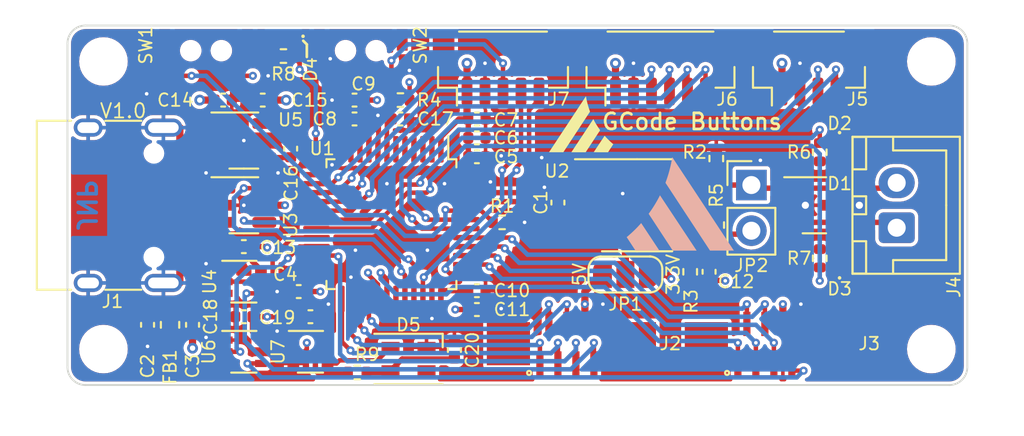
<source format=kicad_pcb>
(kicad_pcb (version 20211014) (generator pcbnew)
  (layers (0 "F.Cu" signal) (1 "In1.Cu" signal) (2 "In2.Cu" signal) (31 "B.Cu" signal) (34 "B.Paste" user) (35 "F.Paste" user) (36 "B.SilkS" user "B.Silkscreen") (37 "F.SilkS" user "F.Silkscreen") (38 "B.Mask" user) (39 "F.Mask" user) (44 "Edge.Cuts" user))
  (net 0 "")
  (net 8 "Net-(C20-Pad1)")
  (net 10 "SWD_IO")
  (net 11 "Dout_A")
  (net 12 "Dout_B")
  (net 13 "D_out_A")
  (net 14 "Net-(D1-Pad1)")
  (net 15 "Net-(D1-Pad2)")
  (net 16 "GND")
  (net 17 "CAN_TX")
  (net 18 "CAN_RX")
  (net 19 "Net-(C1-Pad1)")
  (net 20 "VBUS")
  (net 21 "+5V")
  (net 22 "USB_N")
  (net 23 "USB_P")
  (net 24 "USB_DN")
  (net 25 "USB_DP")
  (net 26 "+3V3")
  (net 27 "BOOT0")
  (net 28 "Net-(R2-Pad1)")
  (net 29 "Net-(R3-Pad2)")
  (net 30 "Net-(C16-Pad1)")
  (net 31 "D_out_B")
  (net 32 "RESET")
  (net 33 "CS_SPI1")
  (net 34 "SCK_SPI1")
  (net 35 "MISO_SPI1")
  (net 36 "MOSI_SPI1")
  (net 37 "SCL_I2C")
  (net 38 "SDA_I2C")
  (net 43 "Net-(D2-Pad2)")
  (net 44 "Net-(D3-Pad2)")
  (net 45 "LED_TX")
  (net 46 "LED_RX")
  (net 47 "Net-(D4-Pad2)")
  (net 48 "SWD_CLK")
  (net 49 "PA3")
  (net 52 "GB_A_1")
  (net 53 "GB_A_2")
  (net 54 "GB_A_3")
  (net 55 "GB_A_4")
  (net 56 "GB_A_5")
  (net 57 "GB_B_1")
  (net 58 "GB_B_2")
  (net 59 "GB_B_3")
  (net 60 "GB_B_4")
  (net 61 "GB_B_5")
  (net 62 "Net-(JP2-Pad2)")
  (net 63 "Net-(D5-Pad3)")
  (net 64 "Dout")
  (footprint "Library_GCode_MCU:C_0402_1005Metric" (layer "F.Cu") (at 122.75 96.25)
    (fp_text reference "C6")
    (fp_text value "4u7")
  )
  (footprint "Library_GCode_MCU:C_0402_1005Metric" (layer "F.Cu") (at 122.75 105.8)
    (fp_text reference "C11")
    (fp_text value "4u7")
  )
  (footprint "Library_GCode_MCU:C_0402_1005Metric" (layer "F.Cu") (at 121.5 108.05 90)
    (fp_text reference "C20")
    (fp_text value "100n")
  )
  (footprint "Library_GCode_MCU:C_0402_1005Metric" (layer "F.Cu") (at 109.8 106.2 180)
    (fp_text reference "C18")
    (fp_text value "100n")
  )
  (footprint "Library_GCode_MCU:C_0402_1005Metric" (layer "F.Cu") (at 109.8 102.3 180)
    (fp_text reference "C13")
    (fp_text value "100n")
  )
  (footprint "Library_GCode_MCU:C_0402_1005Metric" (layer "F.Cu") (at 108.65 94.15)
    (fp_text reference "C14")
    (fp_text value "1uF/10V")
  )
  (footprint "Library_GCode_MCU:SOIC-8_3.9x4.9mm_P1.27mm" (layer "F.Cu") (at 131.65 100)
    (fp_text reference "U2")
    (fp_text value "MCP2551-I-SN")
  )
  (footprint "Library_GCode_MCU:R_0402_1005Metric" (layer "F.Cu") (at 124.15 100.95)
    (fp_text reference "R1")
    (fp_text value "10k")
  )
  (footprint "Library_GCode_MCU:LED_0402_1005Metric" (layer "F.Cu") (at 112 90.6 180)
    (fp_text reference "D4")
    (fp_text value "red")
  )
  (footprint "Library_GCode_MCU:R_0402_1005Metric" (layer "F.Cu") (at 141.8 102.95 90)
    (fp_text reference "R7")
    (fp_text value "1k")
  )
  (footprint "Library_GCode_MCU:JUSHUO AFC11-S08ICC-00" (layer "F.Cu") (at 139 107.7)
    (fp_text reference "J3")
    (fp_text value "GCode_Buttons_B")
  )
  (footprint "Library_GCode_MCU:LQFP-48_7x7mm_P0.5mm" (layer "F.Cu") (at 118 101.05 -90)
    (fp_text reference "U1")
    (fp_text value "STM32F072C8T6")
  )
  (footprint "Library_GCode_MCU:R_0402_1005Metric" (layer "F.Cu") (at 136.05 97.4 90)
    (fp_text reference "R2")
    (fp_text value "DNP")
  )
  (footprint "Library_GCode_MCU:SOT-23" (layer "F.Cu") (at 141.5 100)
    (fp_text reference "D1")
    (fp_text value "NUP2105L")
  )
  (footprint "Library_GCode_MCU:SW_SPST_1TS003B-1400-3500A-CT" (layer "F.Cu") (at 107.7 91.4)
    (fp_text reference "SW1")
    (fp_text value "SW_Push")
  )
  (footprint "Library_GCode_MCU:SOT-23-5" (layer "F.Cu") (at 109.8 96.4)
    (fp_text reference "U5")
    (fp_text value "TLV74333PDBVR")
  )
  (footprint "Library_GCode_MCU:SolderJumper-3_P1.3mm_Open_RoundedPad1.0x1.5mm_NumberLabels" (layer "F.Cu") (at 131 103.85)
    (fp_text reference "JP1")
    (fp_text value "Jumper_3_Open")
  )
  (footprint "Library_GCode_MCU:R_0402_1005Metric" (layer "F.Cu") (at 141.8 97.05 -90)
    (fp_text reference "R6")
    (fp_text value "1k")
  )
  (footprint "Library_GCode_MCU:C_0402_1005Metric" (layer "F.Cu") (at 122.75 104.75)
    (fp_text reference "C10")
    (fp_text value "100nF")
  )
  (footprint "Library_GCode_MCU:SOT-353_SC-70-5" (layer "F.Cu") (at 109.8 108.15)
    (fp_text reference "U6")
    (fp_text value "74LVC1G17GW")
  )
  (footprint "Library_GCode_MCU:R_0402_1005Metric" (layer "F.Cu") (at 136.1 101.1 90)
    (fp_text reference "R5")
    (fp_text value "120R")
  )
  (footprint "Library_GCode_MCU:C_0402_1005Metric" (layer "F.Cu") (at 122.75 95.2)
    (fp_text reference "C7")
    (fp_text value "100nF")
  )
  (footprint "Library_GCode_MCU:C_0402_1005Metric" (layer "F.Cu") (at 113.5 106.2)
    (fp_text reference "C19")
    (fp_text value "100n")
  )
  (footprint "Library_GCode_MCU:L_0603_1608Metric" (layer "F.Cu") (at 105.7 106.65 -90)
    (fp_text reference "FB1")
    (fp_text value "600Z")
  )
  (footprint "Library_GCode_MCU:C_0402_1005Metric" (layer "F.Cu") (at 104.45 106.65 -90)
    (fp_text reference "C2")
    (fp_text value "1uF/10V")
  )
  (footprint "Library_GCode_MCU:JST_SH_BM04B-SRSS-TB_1x04-1MP_P1.00mm_Vertical" (layer "F.Cu") (at 141.2 92.35)
    (fp_text reference "J5")
    (fp_text value "I2C")
  )
  (footprint "Library_GCode_MCU:JST_XH_B2B-XH-A_1x02_P2.50mm_Vertical" (layer "F.Cu") (at 146.075 101.25 90)
    (fp_text reference "J4")
    (fp_text value "CAN")
  )
  (footprint "Library_GCode_MCU:C_0402_1005Metric" (layer "F.Cu") (at 118.5 95.2)
    (fp_text reference "C17")
    (fp_text value "100nF")
  )
  (footprint "Library_GCode_MCU:C_0402_1005Metric" (layer "F.Cu") (at 115.95 95.2 180)
    (fp_text reference "C8")
    (fp_text value "10nF")
  )
  (footprint "Library_GCode_MCU:JST_SH_BM06B-SRSS-TB_1x06-1MP_P1.00mm_Vertical" (layer "F.Cu") (at 132.95 92.35)
    (fp_text reference "J6")
    (fp_text value "SPI")
  )
  (footprint "Library_GCode_MCU:LED_0402_1005Metric" (layer "F.Cu") (at 142.9 102.95 90)
    (fp_text reference "D3")
    (fp_text value "blue")
  )
  (footprint "Library_GCode_MCU:C_0402_1005Metric" (layer "F.Cu") (at 122.75 97.3)
    (fp_text reference "C5")
    (fp_text value "100nF")
  )
  (footprint "Library_GCode_MCU:C_0402_1005Metric" (layer "F.Cu") (at 135.65 103.7 90)
    (fp_text reference "C12")
    (fp_text value "100nF")
  )
  (footprint "Library_GCode_MCU:R_0402_1005Metric" (layer "F.Cu") (at 118.5 94.15 180)
    (fp_text reference "R4")
    (fp_text value "10k")
  )
  (footprint "Library_GCode_MCU:MountingHole_2.2mm_M2_DIN965" (layer "F.Cu") (at 102 108)
    (fp_text reference "H2" hide)
    (fp_text value "MountingHole")
  )
  (footprint "Library_GCode_MCU:SOT-353_SC-70-5" (layer "F.Cu") (at 113.5 108.15)
    (fp_text reference "U7")
    (fp_text value "74LVC1G17GW")
  )
  (footprint "Library_GCode_MCU:R_0402_1005Metric" (layer "F.Cu") (at 112 91.7 180)
    (fp_text reference "R8")
    (fp_text value "1k")
  )
  (footprint "Library_GCode_MCU:MountingHole_2.2mm_M2_DIN965" (layer "F.Cu") (at 148 92)
    (fp_text reference "H4" hide)
    (fp_text value "MountingHole")
  )
  (footprint "Library_GCode_MCU:C_0402_1005Metric" (layer "F.Cu") (at 112.85 104.8 180)
    (fp_text reference "C4")
    (fp_text value "100nF")
  )
  (footprint "Library_GCode_MCU:JUSHUO AFC11-S08ICC-00" (layer "F.Cu") (at 128 107.7)
    (fp_text reference "J2")
    (fp_text value "GCode_Buttons_A")
  )
  (footprint "Library_GCode_MCU:R_0402_1005Metric" (layer "F.Cu") (at 134.6 103.7 90)
    (fp_text reference "R3")
    (fp_text value "DNP")
  )
  (footprint "Library_GCode_MCU:SW_SPST_1TS003B-1400-3500A-CT" (layer "F.Cu") (at 116.3 91.4)
    (fp_text reference "SW2")
    (fp_text value "SW_Push")
  )
  (footprint "Library_GCode_MCU:JST_SH_BM05B-SRSS-TB_1x05-1MP_P1.00mm_Vertical" (layer "F.Cu") (at 124.2 92.35)
    (fp_text reference "J7")
    (fp_text value "SWD")
  )
  (footprint "Library_GCode_MCU:USB_C_Receptacle_HRO_TYPE-C-31-M-12" (layer "F.Cu") (at 102.2 100 -90)
    (fp_text reference "J1")
    (fp_text value "USB_C_Receptacle_USB2.0")
  )
  (footprint "Library_GCode_MCU:SOT-353_SC-70-5" (layer "F.Cu") (at 109.8 104.25)
    (fp_text reference "U4")
    (fp_text value "74LVC1G17GW")
  )
  (footprint "Library_GCode_MCU:C_0402_1005Metric" (layer "F.Cu") (at 115.95 94.15 180)
    (fp_text reference "C9")
    (fp_text value "1uF/10V")
  )
  (footprint "Library_GCode_MCU:C_0402_1005Metric" (layer "F.Cu") (at 110.85 94.15 180)
    (fp_text reference "C15")
    (fp_text value "2u2")
  )
  (footprint "Library_GCode_MCU:C_0402_1005Metric" (layer "F.Cu") (at 112.4 96.85 90)
    (fp_text reference "C16")
    (fp_text value "22n")
  )
  (footprint "Library_GCode_MCU:LED_SK6805_PLCC4_2.4x2.7mm_P1.3mm" (layer "F.Cu") (at 118.95 108.55 180)
    (fp_text reference "D5")
    (fp_text value "SK6805")
  )
  (footprint "Library_GCode_MCU:PinHeader_1x02_P2.54mm_Vertical" (layer "F.Cu") (at 138 98.875)
    (fp_text reference "JP2")
    (fp_text value "CAN")
  )
  (footprint "Library_GCode_MCU:C_0402_1005Metric" (layer "F.Cu") (at 106.95 106.65 90)
    (fp_text reference "C3")
    (fp_text value "1uF/10V")
  )
  (footprint "Library_GCode_MCU:LED_0402_1005Metric" (layer "F.Cu") (at 142.9 97.05 -90)
    (fp_text reference "D2")
    (fp_text value "green")
  )
  (footprint "Library_GCode_MCU:SOT-23-6" (layer "F.Cu") (at 109.8 100)
    (fp_text reference "U3")
    (fp_text value "USBLC6-2SC6")
  )
  (footprint "Library_GCode_MCU:MountingHole_2.2mm_M2_DIN965" (layer "F.Cu") (at 102 92)
    (fp_text reference "H1" hide)
    (fp_text value "MountingHole")
  )
  (footprint "Library_GCode_MCU:MountingHole_2.2mm_M2_DIN965" (layer "F.Cu") (at 148 108)
    (fp_text reference "H3" hide)
    (fp_text value "MountingHole")
  )
  (footprint "Library_GCode_MCU:C_0402_1005Metric" (layer "F.Cu") (at 127.25 99.85 90)
    (fp_text reference "C1")
    (fp_text value "100nF")
  )
  (footprint "Library_GCode_MCU:R_0402_1005Metric" (layer "F.Cu") (at 116.1 109.3)
    (fp_text reference "R9")
    (fp_text value "100R")
  )
  (gr_poly (pts (xy 133.574674 97.514028) (xy 133.538328 97.695561) (xy 133.49745 97.876015) (xy 133.452164 98.055055) (xy 133.402594 98.232347) (xy 133.348864 98.407555) (xy 133.2911 98.580344) (xy 133.229424 98.75038) (xy 133.229424 98.750381) (xy 135.703053 102.519105) (xy 137.022464 102.517716) (xy 133.606363 97.331751)) (layer "B.SilkS") (width 0.005) (fill solid))
  (gr_poly (pts (xy 132.852699 99.58447) (xy 132.780773 99.716843) (xy 132.706209 99.847551) (xy 132.62904 99.976556) (xy 132.549298 100.10382) (xy 132.467019 100.229308) (xy 132.382236 100.352981) (xy 132.294982 100.474803) (xy 133.634739 102.521976) (xy 134.953753 102.520097) (xy 132.921952 99.450468)) (layer "B.SilkS") (width 0.005) (fill solid))
  (gr_poly (pts (xy 131.783423 101.098421) (xy 131.687913 101.200606) (xy 131.59048 101.30093) (xy 131.491153 101.399366) (xy 131.389961 101.495885) (xy 131.286934 101.590461) (xy 131.182101 101.683065) (xy 131.075491 101.773668) (xy 131.075491 101.773682) (xy 131.564149 102.521976) (xy 132.885042 102.519105) (xy 131.87698 100.994404)) (layer "B.SilkS") (width 0.005) (fill solid))
  (gr_poly (pts (xy 129.901779 96.197589) (xy 129.959085 96.2589) (xy 130.017545 96.319094) (xy 130.077141 96.378156) (xy 130.137856 96.436068) (xy 130.199672 96.492813) (xy 130.262572 96.548375) (xy 130.326538 96.602737) (xy 130.326538 96.602745) (xy 130.033343 97.051722) (xy 129.240807 97.05) (xy 129.845644 96.135179)) (layer "F.SilkS") (width 0.003) (fill solid))
  (gr_poly (pts (xy 128.827028 94.046953) (xy 128.848835 94.155873) (xy 128.873362 94.264145) (xy 128.900534 94.37157) (xy 128.930276 94.477944) (xy 128.962514 94.583069) (xy 128.997173 94.686743) (xy 129.034178 94.788765) (xy 127.55 97.05) (xy 126.758354 97.049166) (xy 128.808015 93.937587)) (layer "F.SilkS") (width 0.003) (fill solid))
  (gr_line (start 113.3 91.05) (end 113.1 90.85) (layer "F.SilkS") (width 0.15))
  (gr_poly (pts (xy 129.260213 95.289218) (xy 129.303368 95.368642) (xy 129.348107 95.447067) (xy 129.394409 95.52447) (xy 129.442253 95.600829) (xy 129.491621 95.676121) (xy 129.542491 95.750325) (xy 129.594843 95.823418) (xy 128.790989 97.051722) (xy 127.99958 97.050595) (xy 129.218661 95.208817)) (layer "F.SilkS") (width 0.003) (fill solid))
  (gr_line (start 113.3 91.75) (end 113.3 91.05) (layer "F.SilkS") (width 0.15))
  (gr_line (start 100 109) (end 100 91) (layer "Edge.Cuts") (width 0.1))
  (gr_arc (start 100 91) (mid 100.292893 90.292893) (end 101 90) (layer "Edge.Cuts") (width 0.1))
  (gr_line (start 150 91) (end 150 109) (layer "Edge.Cuts") (width 0.1))
  (gr_line (start 101 90) (end 149 90) (layer "Edge.Cuts") (width 0.1))
  (gr_line (start 101 110) (end 149 110) (layer "Edge.Cuts") (width 0.1))
  (gr_arc (start 150 109) (mid 149.707107 109.707107) (end 149 110) (layer "Edge.Cuts") (width 0.1))
  (gr_arc (start 101 110) (mid 100.292893 109.707107) (end 100 109) (layer "Edge.Cuts") (width 0.1))
  (gr_arc (start 149 90) (mid 149.707107 90.292893) (end 150 91) (layer "Edge.Cuts") (width 0.1))
  (gr_text "JNP" (at 101.05 100 270) (layer "B.Cu") (effects (font (size 1 1) (thickness 0.2)) (justify mirror)))
  (gr_text "GCode Buttons" (at 134.7 95.35) (layer "F.SilkS") (effects (font (size 0.9 0.9))))
  (gr_text "V1.0" (at 103.1 94.75) (layer "F.SilkS") (effects (font (size 0.8 0.8) (thickness 0.1))))
  (segment (start 121.48 108.55) (end 118.6 108.55) (width 0.3) (layer "F.Cu") (net 8))
  (segment (start 117.85 109.3) (end 117.95 109.2) (width 0.3) (layer "F.Cu") (net 8))
  (segment (start 116.61 109.3) (end 117.85 109.3) (width 0.3) (layer "F.Cu") (net 8))
  (segment (start 118.6 108.55) (end 117.95 109.2) (width 0.3) (layer "F.Cu") (net 8))
  (segment (start 121.5 108.53) (end 121.48 108.55) (width 0.3) (layer "F.Cu") (net 8))
  (segment (start 125.2 97) (end 125.2 93.675) (width 0.25) (layer "F.Cu") (net 10))
  (segment (start 119.75 104.05) (end 119.75 105.2125) (width 0.25) (layer "F.Cu") (net 10))
  (segment (start 124.15 98.05) (end 125.2 97) (width 0.25) (layer "F.Cu") (net 10))
  (segment (start 119.8 104) (end 119.75 104.05) (width 0.25) (layer "F.Cu") (net 10))
  (via (at 124.15 98.05) (size 0.45) (drill 0.2) (layers "F.Cu" "B.Cu") (net 10))
  (via (at 119.8 104) (size 0.45) (drill 0.2) (layers "F.Cu" "B.Cu") (net 10))
  (segment (start 119.8 103.972182) (end 124.15 99.622182) (width 0.25) (layer "B.Cu") (net 10))
  (segment (start 119.8 104) (end 119.8 103.972182) (width 0.25) (layer "B.Cu") (net 10))
  (segment (start 124.15 99.622182) (end 124.15 98.05) (width 0.25) (layer "B.Cu") (net 10))
  (segment (start 129.25 108.775) (end 129.25 107.65) (width 0.25) (layer "F.Cu") (net 11))
  (segment (start 110.75 104.9) (end 109.95 104.9) (width 0.25) (layer "F.Cu") (net 11))
  (via (at 129.25 107.65) (size 0.45) (drill 0.2) (layers "F.Cu" "B.Cu") (net 11))
  (via (at 109.95 104.9) (size 0.45) (drill 0.2) (layers "F.Cu" "B.Cu") (net 11))
  (segment (start 111.425 109.125) (end 127.975 109.125) (width 0.25) (layer "B.Cu") (net 11))
  (segment (start 127.975 109.125) (end 129.25 107.85) (width 0.25) (layer "B.Cu") (net 11))
  (segment (start 129.25 107.85) (end 129.25 107.65) (width 0.25) (layer "B.Cu") (net 11))
  (segment (start 109.85 107.55) (end 111.425 109.125) (width 0.25) (layer "B.Cu") (net 11))
  (segment (start 109.95 104.9) (end 109.85 105) (width 0.25) (layer "B.Cu") (net 11))
  (segment (start 109.85 105) (end 109.85 107.55) (width 0.25) (layer "B.Cu") (net 11))
  (segment (start 140.25 109.2) (end 140.25 108.775) (width 0.25) (layer "F.Cu") (net 12))
  (segment (start 110.75 108.8) (end 110 108.8) (width 0.25) (layer "F.Cu") (net 12))
  (segment (start 140.9 109.2) (end 140.25 109.2) (width 0.25) (layer "F.Cu") (net 12))
  (via (at 110 108.8) (size 0.45) (drill 0.2) (layers "F.Cu" "B.Cu") (net 12))
  (via (at 140.9 109.2) (size 0.45) (drill 0.2) (layers "F.Cu" "B.Cu") (net 12))
  (segment (start 140.9 109.2) (end 140.525 109.575) (width 0.25) (layer "B.Cu") (net 12))
  (segment (start 110.775 109.575) (end 110 108.8) (width 0.25) (layer "B.Cu") (net 12))
  (segment (start 140.525 109.575) (end 110.775 109.575) (width 0.25) (layer "B.Cu") (net 12))
  (segment (start 111.275 104.25) (end 108.85 104.25) (width 0.25) (layer "F.Cu") (net 13))
  (segment (start 111.4 102.9) (end 111.4 104.125) (width 0.25) (layer "F.Cu") (net 13))
  (segment (start 112.5 101.8) (end 111.4 102.9) (width 0.25) (layer "F.Cu") (net 13))
  (segment (start 111.4 104.125) (end 111.275 104.25) (width 0.25) (layer "F.Cu") (net 13))
  (segment (start 113.8375 101.8) (end 112.5 101.8) (width 0.25) (layer "F.Cu") (net 13))
  (segment (start 136.135 99.365) (end 136.625 98.875) (width 0.3) (layer "F.Cu") (net 14))
  (segment (start 145.775 99.05) (end 146.075 98.75) (width 0.3) (layer "F.Cu") (net 14))
  (segment (start 136.135 99.365) (end 134.125 99.365) (width 0.3) (layer "F.Cu") (net 14))
  (segment (start 140.5625 99.05) (end 138.175 99.05) (width 0.3) (layer "F.Cu") (net 14))
  (segment (start 140.5625 99.05) (end 145.775 99.05) (width 0.3) (layer "F.Cu") (net 14))
  (segment (start 138 98.875) (end 136.625 98.875) (width 0.3) (layer "F.Cu") (net 14))
  (segment (start 138.175 99.05) (end 138 98.875) (width 0.3) (layer "F.Cu") (net 14))
  (segment (start 140.5625 100.95) (end 145.775 100.95) (width 0.3) (layer "F.Cu") (net 15))
  (segment (start 138.8 100.15) (end 136.54 100.15) (width 0.3) (layer "F.Cu") (net 15))
  (segment (start 134.125 100.635) (end 136.055 100.635) (width 0.3) (layer "F.Cu") (net 15))
  (segment (start 136.055 100.635) (end 136.1 100.59) (width 0.3) (layer "F.Cu") (net 15))
  (segment (start 140.5625 100.95) (end 139.6 100.95) (width 0.3) (layer "F.Cu") (net 15))
  (segment (start 139.6 100.95) (end 138.8 100.15) (width 0.3) (layer "F.Cu") (net 15))
  (segment (start 145.775 100.95) (end 146.075 101.25) (width 0.3) (layer "F.Cu") (net 15))
  (segment (start 136.54 100.15) (end 136.1 100.59) (width 0.3) (layer "F.Cu") (net 15))
  (segment (start 106.245 103.25) (end 106.245 104.32) (width 0.4) (layer "F.Cu") (net 16))
  (segment (start 106.245 104.32) (end 105.33 104.32) (width 0.4) (layer "F.Cu") (net 16))
  (segment (start 106.245 95.68) (end 105.33 95.68) (width 0.4) (layer "F.Cu") (net 16))
  (segment (start 106.245 96.75) (end 106.245 95.68) (width 0.4) (layer "F.Cu") (net 16))
  (via (at 109.8 96.4) (size 0.45) (drill 0.2) (layers "F.Cu" "B.Cu") (net 16))
  (via (at 123.5 98.7) (size 0.45) (drill 0.2) (layers "F.Cu" "B.Cu") (net 16))
  (via (at 107.7 103.25) (size 0.45) (drill 0.2) (layers "F.Cu" "B.Cu") (net 16))
  (via (at 111.65 104.8) (size 0.45) (drill 0.2) (layers "F.Cu" "B.Cu") (net 16))
  (via (at 129.75 105.5) (size 0.45) (drill 0.2) (layers "F.Cu" "B.Cu") (net 16))
  (via (at 114.7 94.15) (size 0.45) (drill 0.2) (layers "F.Cu" "B.Cu") (net 16))
  (via (at 124.1 105.75) (size 0.45) (drill 0.2) (layers "F.Cu" "B.Cu") (net 16))
  (via (at 111.7 98.2) (size 0.45) (drill 0.2) (layers "F.Cu" "B.Cu") (net 16))
  (via (at 120.25 106.3) (size 0.45) (drill 0.2) (layers "F.Cu" "B.Cu") (net 16))
  (via (at 114.7 97.75) (size 0.45) (drill 0.2) (layers "F.Cu" "B.Cu") (net 16))
  (via (at 117.25 95) (size 0.45) (drill 0.2) (layers "F.Cu" "B.Cu") (net 16))
  (via (at 124.1 97.25) (size 0.45) (drill 0.2) (layers "F.Cu" "B.Cu") (net 16))
  (via (at 104.45 107.85) (size 0.45) (drill 0.2) (layers "F.Cu" "B.Cu") (net 16))
  (via (at 116 102.5) (size 0.45) (drill 0.2) (layers "F.Cu" "B.Cu") (net 16))
  (via (at 141 100) (size 0.8) (drill 0.4) (layers "F.Cu" "B.Cu") (net 16))
  (via (at 107.7 107.35) (size 0.45) (drill 0.2) (layers "F.Cu" "B.Cu") (net 16))
  (via (at 123.2 92.1) (size 0.45) (drill 0.2) (layers "F.Cu" "B.Cu") (net 16))
  (via (at 111.65 107) (size 0.45) (drill 0.2) (layers "F.Cu" "B.Cu") (net 16))
  (via (at 119 92.5) (size 0.45) (drill 0.2) (layers "F.Cu" "B.Cu") (net 16))
  (via (at 117.75 98.8) (size 0.45) (drill 0.2) (layers "F.Cu" "B.Cu") (net 16))
  (via (at 107.7 98.2) (size 0.45) (drill 0.2) (layers "F.Cu" "B.Cu") (net 16))
  (via (at 140.75 105.5) (size 0.45) (drill 0.2) (layers "F.Cu" "B.Cu") (net 16))
  (via (at 126.35 97.35) (size 0.45) (drill 0.2) (layers "F.Cu" "B.Cu") (net 16))
  (via (at 111.15 92.8) (size 0.45) (drill 0.2) (layers "F.Cu" "B.Cu") (net 16))
  (via (at 114.5 105.5) (size 0.45) (drill 0.2) (layers "F.Cu" "B.Cu") (net 16))
  (via (at 120 102.5) (size 0.45) (drill 0.2) (layers "F.Cu" "B.Cu") (net 16))
  (via (at 144 100) (size 0.8) (drill 0.4) (layers "F.Cu" "B.Cu") (net 16))
  (via (at 114.6 91.85) (size 0.45) (drill 0.2) (layers "F.Cu" "B.Cu") (net 16))
  (via (at 115.75 104) (size 0.45) (drill 0.2) (layers "F.Cu" "B.Cu") (net 16))
  (via (at 109.8 100) (size 0.45) (drill 0.2) (layers "F.Cu" "B.Cu") (net 16))
  (via (at 126.5 99) (size 0.45) (drill 0.2) (layers "F.Cu" "B.Cu") (net 16))
  (via (at 104.4 93.8) (size 0.45) (drill 0.2) (layers "F.Cu" "B.Cu") (net 16))
  (via (at 120.95 98.8) (size 0.45) (drill 0.2) (layers "F.Cu" "B.Cu") (net 16))
  (via (at 138.5 97.5) (size 0.45) (drill 0.2) (layers "F.Cu" "B.Cu") (net 16))
  (via (at 130.85 99.35) (size 0.45) (drill 0.2) (layers "F.Cu" "B.Cu") (net 16))
  (via (at 140.7 92.1) (size 0.45) (drill 0.2) (layers "F.Cu" "B.Cu") (net 16))
  (via (at 125.4 100.95) (size 0.45) (drill 0.2) (layers "F.Cu" "B.Cu") (net 16))
  (via (at 131.45 92.1) (size 0.45) (drill 0.2) (layers "F.Cu" "B.Cu") (net 16))
  (segment (start 126.305 98.095) (end 125.1 99.3) (width 0.3) (layer "F.Cu") (net 17))
  (segment (start 125.1 99.3) (end 122.1625 99.3) (width 0.3) (layer "F.Cu") (net 17))
  (segment (start 129.175 98.095) (end 126.305 98.095) (width 0.3) (layer "F.Cu") (net 17))
  (segment (start 127.205 101.905) (end 125.1 99.8) (width 0.3) (layer "F.Cu") (net 18))
  (segment (start 125.1 99.8) (end 122.1625 99.8) (width 0.3) (layer "F.Cu") (net 18))
  (segment (start 129.175 101.905) (end 127.205 101.905) (width 0.3) (layer "F.Cu") (net 18))
  (segment (start 127.555 100.635) (end 127.25 100.33) (width 0.4) (layer "F.Cu") (net 19))
  (segment (start 131 103.85) (end 131 101.15) (width 0.4) (layer "F.Cu") (net 19))
  (segment (start 130.485 100.635) (end 129.175 100.635) (width 0.4) (layer "F.Cu") (net 19))
  (segment (start 129.175 100.635) (end 127.555 100.635) (width 0.4) (layer "F.Cu") (net 19))
  (segment (start 131 101.15) (end 130.485 100.635) (width 0.4) (layer "F.Cu") (net 19))
  (segment (start 105.3925 106.17) (end 105.7 105.8625) (width 0.4) (layer "F.Cu") (net 20))
  (segment (start 105.15 102.1) (end 103.65 102.1) (width 0.4) (layer "F.Cu") (net 20))
  (segment (start 103.65 99.355339) (end 103.65 102.1) (width 0.4) (layer "F.Cu") (net 20))
  (segment (start 104.45 106.17) (end 103.65 105.37) (width 0.4) (layer "F.Cu") (net 20))
  (segment (start 104.45 106.17) (end 105.3925 106.17) (width 0.4) (layer "F.Cu") (net 20))
  (segment (start 103.65 102.1) (end 103.65 105.37) (width 0.4) (layer "F.Cu") (net 20))
  (segment (start 106.245 102.45) (end 105.5 102.45) (width 0.4) (layer "F.Cu") (net 20))
  (segment (start 105.5 102.45) (end 105.15 102.1) (width 0.4) (layer "F.Cu") (net 20))
  (segment (start 105.455339 97.55) (end 106.245 97.55) (width 0.4) (layer "F.Cu") (net 20))
  (segment (start 105.455339 97.55) (end 103.65 99.355339) (width 0.4) (layer "F.Cu") (net 20))
  (segment (start 110.28 102.3) (end 111.05 102.3) (width 0.3) (layer "F.Cu") (net 21))
  (segment (start 113.775 109.175) (end 113.775 108.175) (width 0.3) (layer "F.Cu") (net 21))
  (segment (start 113.02 106.2) (end 111.1 106.2) (width 0.3) (layer "F.Cu") (net 21))
  (segment (start 113.02 106.242965) (end 113.02 106.2) (width 0.3) (layer "F.Cu") (net 21))
  (segment (start 110.28 107.03) (end 110.75 107.5) (width 0.3) (layer "F.Cu") (net 21))
  (segment (start 114.277035 107.5) (end 113.02 106.242965) (width 0.3) (layer "F.Cu") (net 21))
  (segment (start 110.28 106.2) (end 111.1 106.2) (width 0.3) (layer "F.Cu") (net 21))
  (segment (start 114 109.4) (end 113.775 109.175) (width 0.3) (layer "F.Cu") (net 21))
  (segment (start 110.9375 100) (end 112.0875 100) (width 0.4) (layer "F.Cu") (net 21))
  (segment (start 113.775 108.175) (end 114.45 107.5) (width 0.3) (layer "F.Cu") (net 21))
  (segment (start 128.75 105.5) (end 128.75 104.8) (width 0.4) (layer "F.Cu") (net 21))
  (segment (start 108.17 94.15) (end 108.17 95.45) (width 0.4) (layer "F.Cu") (net 21))
  (segment (start 108 95.45) (end 108.17 95.45) (width 0.25) (layer "F.Cu") (net 21))
  (segment (start 128.75 106.625) (end 128.75 105.5) (width 0.4) (layer "F.Cu") (net 21))
  (segment (start 106.95 107.13) (end 106.95 107.95) (width 0.4) (layer "F.Cu") (net 21))
  (segment (start 106.0075 107.13) (end 105.7 107.4375) (width 0.4) (layer "F.Cu") (net 21))
  (segment (start 111.05 102.3) (end 111.1 102.35) (width 0.3) (layer "F.Cu") (net 21))
  (segment (start 108 97.35) (end 107.55 96.9) (width 0.25) (layer "F.Cu") (net 21))
  (segment (start 108.17 95.45) (end 108.6625 95.45) (width 0.25) (layer "F.Cu") (net 21))
  (segment (start 115.49 109.4) (end 114 109.4) (width 0.3) (layer "F.Cu") (net 21))
  (segment (start 110.28 106.2) (end 110.28 107.03) (width 0.3) (layer "F.Cu") (net 21))
  (segment (start 139.75 106.625) (end 139.75 105.5) (width 0.4) (layer "F.Cu") (net 21))
  (segment (start 107.55 96.9) (end 107.55 95.9) (width 0.25) (layer "F.Cu") (net 21))
  (segment (start 108.6625 97.35) (end 108 97.35) (width 0.25) (layer "F.Cu") (net 21))
  (segment (start 110.28 103.13) (end 110.75 103.6) (width 0.3) (layer "F.Cu") (net 21))
  (segment (start 114.45 107.5) (end 114.277035 107.5) (width 0.3) (layer "F.Cu") (net 21))
  (segment (start 107.55 95.9) (end 108 95.45) (width 0.25) (layer "F.Cu") (net 21))
  (segment (start 106.95 107.13) (end 106.0075 107.13) (width 0.4) (layer "F.Cu") (net 21))
  (segment (start 115.59 109.3) (end 115.49 109.4) (width 0.3) (layer "F.Cu") (net 21))
  (segment (start 110.28 102.3) (end 110.28 103.13) (width 0.3) (layer "F.Cu") (net 21))
  (segment (start 128.75 104.8) (end 129.7 103.85) (width 0.4) (layer "F.Cu") (net 21))
  (segment (start 108.17 94.15) (end 107.35 94.15) (width 0.4) (layer "F.Cu") (net 21))
  (via (at 139.75 105.5) (size 0.45) (drill 0.2) (layers "F.Cu" "B.Cu") (net 21))
  (via (at 111.1 102.35) (size 0.45) (drill 0.2) (layers "F.Cu" "B.Cu") (net 21))
  (via (at 111.1 106.2) (size 0.45) (drill 0.2) (layers "F.Cu" "B.Cu") (net 21))
  (via (at 107.35 94.15) (size 0.6) (drill 0.3) (layers "F.Cu" "B.Cu") (net 21))
  (via (at 112.0875 100) (size 0.45) (drill 0.2) (layers "F.Cu" "B.Cu") (net 21))
  (via (at 128.75 105.5) (size 0.45) (drill 0.2) (layers "F.Cu" "B.Cu") (net 21))
  (via (at 106.95 107.95) (size 0.6) (drill 0.3) (layers "F.Cu" "B.Cu") (net 21))
  (segment (start 118.543056 103.684166) (end 118.75 103.89111) (width 0.25) (layer "F.Cu") (net 22))
  (segment (start 110.9375 99.05) (end 109.8 99.05) (width 0.25) (layer "F.Cu") (net 22))
  (segment (start 118.75 103.89111) (end 118.75 105.2125) (width 0.25) (layer "F.Cu") (net 22))
  (via (at 109.8 99.05) (size 0.45) (drill 0.2) (layers "F.Cu" "B.Cu") (net 22))
  (via (at 118.543056 103.684166) (size 0.45) (drill 0.2) (layers "F.Cu" "B.Cu") (net 22))
  (segment (start 118.543056 103.684166) (end 118.543056 103.443056) (width 0.25) (layer "B.Cu") (net 22))
  (segment (start 118.543056 103.443056) (end 117 101.9) (width 0.25) (layer "B.Cu") (net 22))
  (segment (start 109.25 101.177818) (end 109.25 99.6) (width 0.25) (layer "B.Cu") (net 22))
  (segment (start 112.15 101.9) (end 111.65 101.4) (width 0.25) (layer "B.Cu") (net 22))
  (segment (start 111.65 101.4) (end 109.472182 101.4) (width 0.25) (layer "B.Cu") (net 22))
  (segment (start 109.25 99.6) (end 109.8 99.05) (width 0.25) (layer "B.Cu") (net 22))
  (segment (start 109.472182 101.4) (end 109.25 101.177818) (width 0.25) (layer "B.Cu") (net 22))
  (segment (start 117 101.9) (end 112.15 101.9) (width 0.25) (layer "B.Cu") (net 22))
  (segment (start 110.9375 100.95) (end 109.9 100.95) (width 0.25) (layer "F.Cu") (net 23))
  (segment (start 118.95 103) (end 119.25 103.3) (width 0.25) (layer "F.Cu") (net 23))
  (segment (start 119.25 103.3) (end 119.25 105.2125) (width 0.25) (layer "F.Cu") (net 23))
  (segment (start 109.9 100.95) (end 109.8 100.85) (width 0.25) (layer "F.Cu") (net 23))
  (via (at 109.8 100.85) (size 0.45) (drill 0.2) (layers "F.Cu" "B.Cu") (net 23))
  (via (at 118.95 103) (size 0.45) (drill 0.2) (layers "F.Cu" "B.Cu") (net 23))
  (segment (start 112.336396 101.45) (end 111.836396 100.95) (width 0.25) (layer "B.Cu") (net 23))
  (segment (start 111.836396 100.95) (end 109.9 100.95) (width 0.25) (layer "B.Cu") (net 23))
  (segment (start 118.95 103) (end 118.736396 103) (width 0.25) (layer "B.Cu") (net 23))
  (segment (start 117.186396 101.45) (end 112.336396 101.45) (width 0.25) (layer "B.Cu") (net 23))
  (segment (start 109.9 100.95) (end 109.8 100.85) (width 0.25) (layer "B.Cu") (net 23))
  (segment (start 118.736396 103) (end 117.186396 101.45) (width 0.25) (layer "B.Cu") (net 23))
  (segment (start 107.169022 99.25) (end 107.35 99.430978) (width 0.3) (layer "F.Cu") (net 24))
  (segment (start 107.169022 99.25) (end 106.245 99.25) (width 0.3) (layer "F.Cu") (net 24))
  (segment (start 107.35 99.430978) (end 107.35 100.069022) (width 0.3) (layer "F.Cu") (net 24))
  (segment (start 107.730978 99.05) (end 107.35 99.430978) (width 0.3) (layer "F.Cu") (net 24))
  (segment (start 107.35 100.069022) (end 107.169022 100.25) (width 0.3) (layer "F.Cu") (net 24))
  (segment (start 107.730978 99.05) (end 108.6625 99.05) (width 0.3) (layer "F.Cu") (net 24))
  (segment (start 107.169022 100.25) (end 106.245 100.25) (width 0.3) (layer "F.Cu") (net 24))
  (segment (start 105.35 100.75) (end 106.245 100.75) (width 0.3) (layer "F.Cu") (net 25))
  (segment (start 107.65 100.95) (end 108.6625 100.95) (width 0.3) (layer "F.Cu") (net 25))
  (segment (start 106.245 99.75) (end 105.35 99.75) (width 0.3) (layer "F.Cu") (net 25))
  (segment (start 105.15 100.55) (end 105.15 99.95) (width 0.3) (layer "F.Cu") (net 25))
  (segment (start 106.245 100.75) (end 107.45 100.75) (width 0.3) (layer "F.Cu") (net 25))
  (segment (start 105.15 100.55) (end 105.35 100.75) (width 0.3) (layer "F.Cu") (net 25))
  (segment (start 105.35 99.75) (end 105.15 99.95) (width 0.3) (layer "F.Cu") (net 25))
  (segment (start 107.45 100.75) (end 107.65 100.95) (width 0.3) (layer "F.Cu") (net 25))
  (segment (start 122.27 96.25) (end 122.27 97.3) (width 0.3) (layer "F.Cu") (net 26))
  (segment (start 122.27 104.75) (end 120.75 104.75) (width 0.3) (layer "F.Cu") (net 26))
  (segment (start 134.63 104.18) (end 134.6 104.21) (width 0.3) (layer "F.Cu") (net 26))
  (segment (start 119 93.15) (end 119.01 93.16) (width 0.25) (layer "F.Cu") (net 26))
  (segment (start 111.33 94.15) (end 112.15 94.15) (width 0.4) (layer "F.Cu") (net 26))
  (segment (start 139.7 93.675) (end 139.7 92.1) (width 0.4) (layer "F.Cu") (net 26))
  (segment (start 122.27 105.8) (end 122.27 104.75) (width 0.3) (layer "F.Cu") (net 26))
  (segment (start 132.3 103.85) (end 133.3 103.85) (width 0.4) (layer "F.Cu") (net 26))
  (segment (start 121.75 95.2) (end 122.27 95.2) (width 0.3) (layer "F.Cu") (net 26))
  (segment (start 122.2 95.13) (end 122.27 95.2) (width 0.4) (layer "F.Cu") (net 26))
  (segment (start 119.01 93.16) (end 119.01 94.15) (width 0.25) (layer "F.Cu") (net 26))
  (segment (start 120.75 104.75) (end 120.75 105.2125) (width 0.3) (layer "F.Cu") (net 26))
  (segment (start 133.3 103.85) (end 133.55 104.1) (width 0.4) (layer "F.Cu") (net 26))
  (segment (start 113.33 103.8) (end 113.8375 103.8) (width 0.3) (layer "F.Cu") (net 26))
  (segment (start 111.33 95.0575) (end 110.9375 95.45) (width 0.4) (layer "F.Cu") (net 26))
  (segment (start 109.4 92.8) (end 110.3 92.8) (width 0.25) (layer "F.Cu") (net 26))
  (segment (start 116.75 95.52) (end 116.43 95.2) (width 0.3) (layer "F.Cu") (net 26))
  (segment (start 122.2 93.675) (end 122.2 95.13) (width 0.4) (layer "F.Cu") (net 26))
  (segment (start 122.27 105.8) (end 121.55 105.8) (width 0.3) (layer "F.Cu") (net 26))
  (segment (start 130.45 93.675) (end 130.45 92.1) (width 0.4) (layer "F.Cu") (net 26))
  (segment (start 113.33 104.8) (end 113.33 103.8) (width 0.3) (layer "F.Cu") (net 26))
  (segment (start 136.53 104.18) (end 136.55 104.2) (width 0.3) (layer "F.Cu") (net 26))
  (segment (start 116.75 96.8875) (end 116.75 95.52) (width 0.3) (layer "F.Cu") (net 26))
  (segment (start 135.65 104.18) (end 136.53 104.18) (width 0.3) (layer "F.Cu") (net 26))
  (segment (start 122.27 97.3) (end 122.27 98.1925) (width 0.3) (layer "F.Cu") (net 26))
  (segment (start 116.43 94.15) (end 117.2 94.15) (width 0.3) (layer "F.Cu") (net 26))
  (segment (start 122.27 96.25) (end 122.27 95.2) (width 0.3) (layer "F.Cu") (net 26))
  (segment (start 122.27 98.1925) (end 122.1625 98.3) (width 0.3) (layer "F.Cu") (net 26))
  (segment (start 113.33 104.8) (end 114.05 104.8) (width 0.3) (layer "F.Cu") (net 26))
  (segment (start 120.75 96.2) (end 121.75 95.2) (width 0.3) (layer "F.Cu") (net 26))
  (segment (start 120.75 96.8875) (end 120.75 96.2) (width 0.3) (layer "F.Cu") (net 26))
  (segment (start 135.65 104.18) (end 134.63 104.18) (width 0.3) (layer "F.Cu") (net 26))
  (segment (start 111.33 94.15) (end 111.33 95.0575) (width 0.4) (layer "F.Cu") (net 26))
  (segment (start 116.43 95.2) (end 116.43 94.15) (width 0.3) (layer "F.Cu") (net 26))
  (segment (start 122.2 92.1) (end 122.2 93.675) (width 0.4) (layer "F.Cu") (net 26))
  (via (at 119 93.15) (size 0.45) (drill 0.2) (layers "F.Cu" "B.Cu") (net 26))
  (via (at 136.55 104.2) (size 0.45) (drill 0.2) (layers "F.Cu" "B.Cu") (net 26))
  (via (at 122.2 92.1) (size 0.6) (drill 0.3) (layers "F.Cu" "B.Cu") (net 26))
  (via (at 112.15 94.15) (size 0.6) (drill 0.3) (layers "F.Cu" "B.Cu") (net 26))
  (via (at 130.45 92.1) (size 0.6) (drill 0.3) (layers "F.Cu" "B.Cu") (net 26))
  (via (at 110.3 92.8) (size 0.45) (drill 0.2) (layers "F.Cu" "B.Cu") (net 26))
  (via (at 117.2 94.15) (size 0.45) (drill 0.2) (layers "F.Cu" "B.Cu") (net 26))
  (via (at 133.55 104.1) (size 0.45) (drill 0.2) (layers "F.Cu" "B.Cu") (net 26))
  (via (at 114.05 104.8) (size 0.45) (drill 0.2) (layers "F.Cu" "B.Cu") (net 26))
  (via (at 139.7 92.1) (size 0.6) (drill 0.3) (layers "F.Cu" "B.Cu") (net 26))
  (via (at 121.55 105.8) (size 0.45) (drill 0.2) (layers "F.Cu" "B.Cu") (net 26))
  (segment (start 121 100.2505) (end 121.0495 100.3) (width 0.25) (layer "F.Cu") (net 27))
  (segment (start 121.0495 100.3) (end 122.1625 100.3) (width 0.25) (layer "F.Cu") (net 27))
  (segment (start 122.1625 100.3) (end 122.99 100.3) (width 0.25) (layer "F.Cu") (net 27))
  (segment (start 106 92.8) (end 106.9 92.8) (width 0.25) (layer "F.Cu") (net 27))
  (segment (start 122.99 100.3) (end 123.64 100.95) (width 0.25) (layer "F.Cu") (net 27))
  (via (at 106.9 92.8) (size 0.45) (drill 0.2) (layers "F.Cu" "B.Cu") (net 27))
  (via (at 121 100.2505) (size 0.45) (drill 0.2) (layers "F.Cu" "B.Cu") (net 27))
  (segment (start 106.9 92.8) (end 107.7 92.8) (width 0.25) (layer "B.Cu") (net 27))
  (segment (start 120.3 101.7) (end 121 101) (width 0.25) (layer "B.Cu") (net 27))
  (segment (start 118.75 101.7) (end 120.3 101.7) (width 0.25) (layer "B.Cu") (net 27))
  (segment (start 121 101) (end 121 100.2505) (width 0.25) (layer "B.Cu") (net 27))
  (segment (start 107.7 92.8) (end 115.45 100.55) (width 0.25) (layer "B.Cu") (net 27))
  (segment (start 115.45 100.55) (end 117.6 100.55) (width 0.25) (layer "B.Cu") (net 27))
  (segment (start 117.6 100.55) (end 118.75 101.7) (width 0.25) (layer "B.Cu") (net 27))
  (segment (start 134.125 98.095) (end 135.865 98.095) (width 0.3) (layer "F.Cu") (net 28))
  (segment (start 135.865 98.095) (end 136.05 97.91) (width 0.3) (layer "F.Cu") (net 28))
  (segment (start 134.6 101.905) (end 134.125 101.905) (width 0.3) (layer "F.Cu") (net 29))
  (segment (start 134.6 103.19) (end 134.6 101.905) (width 0.3) (layer "F.Cu") (net 29))
  (segment (start 110.9375 97.35) (end 112.38 97.35) (width 0.3) (layer "F.Cu") (net 30))
  (segment (start 112.38 97.35) (end 112.4 97.33) (width 0.3) (layer "F.Cu") (net 30))
  (segment (start 113.8375 102.3) (end 112.9 102.3) (width 0.25) (layer "F.Cu") (net 31))
  (segment (start 108.85 108.15) (end 109.6 108.15) (width 0.25) (layer "F.Cu") (net 31))
  (segment (start 112.9 102.3) (end 112.25 102.95) (width 0.25) (layer "F.Cu") (net 31))
  (via (at 112.25 102.95) (size 0.45) (drill 0.2) (layers "F.Cu" "B.Cu") (net 31))
  (via (at 109.6 108.15) (size 0.45) (drill 0.2) (layers "F.Cu" "B.Cu") (net 31))
  (segment (start 109.4 104.2) (end 110.15 103.45) (width 0.25) (layer "B.Cu") (net 31))
  (segment (start 111.75 103.45) (end 112.25 102.95) (width 0.25) (layer "B.Cu") (net 31))
  (segment (start 109.6 108.15) (end 109.4 107.95) (width 0.25) (layer "B.Cu") (net 31))
  (segment (start 109.4 107.95) (end 109.4 104.2) (width 0.25) (layer "B.Cu") (net 31))
  (segment (start 110.15 103.45) (end 111.75 103.45) (width 0.25) (layer "B.Cu") (net 31))
  (segment (start 117.99 92.81) (end 118 92.8) (width 0.25) (layer "F.Cu") (net 32))
  (segment (start 117.75 95.47) (end 118.02 95.2) (width 0.25) (layer "F.Cu") (net 32))
  (segment (start 117.99 95.17) (end 118.02 95.2) (width 0.25) (layer "F.Cu") (net 32))
  (segment (start 117.75 96.8875) (end 117.75 95.47) (width 0.25) (layer "F.Cu") (net 32))
  (segment (start 117.99 94.15) (end 117.99 92.81) (width 0.25) (layer "F.Cu") (net 32))
  (segment (start 117.99 94.15) (end 117.99 95.17) (width 0.25) (layer "F.Cu") (net 32))
  (segment (start 124.2 93.675) (end 124.2 92.1) (width 0.25) (layer "F.Cu") (net 32))
  (segment (start 118 91.95) (end 118 92.8) (width 0.25) (layer "F.Cu") (net 32))
  (via (at 118 91.95) (size 0.45) (drill 0.2) (layers "F.Cu" "B.Cu") (net 32))
  (via (at 124.2 92.1) (size 0.45) (drill 0.2) (layers "F.Cu" "B.Cu") (net 32))
  (segment (start 118 91.95) (end 118.9 91.05) (width 0.25) (layer "B.Cu") (net 32))
  (segment (start 123.15 91.05) (end 124.2 92.1) (width 0.25) (layer "B.Cu") (net 32))
  (segment (start 118.9 91.05) (end 123.15 91.05) (width 0.25) (layer "B.Cu") (net 32))
  (segment (start 114.7 98.8) (end 113.8375 98.8) (width 0.25) (layer "F.Cu") (net 33))
  (segment (start 132.45 93.675) (end 132.45 92.45) (width 0.25) (layer "F.Cu") (net 33))
  (segment (start 115.05 98.45) (end 114.7 98.8) (width 0.25) (layer "F.Cu") (net 33))
  (via (at 132.45 92.45) (size 0.45) (drill 0.2) (layers "F.Cu" "B.Cu") (net 33))
  (via (at 115.05 98.45) (size 0.45) (drill 0.2) (layers "F.Cu" "B.Cu") (net 33))
  (segment (start 132.15 93.15) (end 132.45 92.85) (width 0.25) (layer "B.Cu") (net 33))
  (segment (start 115.05 98.45) (end 120.35 93.15) (width 0.25) (layer "B.Cu") (net 33))
  (segment (start 120.35 93.15) (end 132.15 93.15) (width 0.25) (layer "B.Cu") (net 33))
  (segment (start 132.45 92.85) (end 132.45 92.45) (width 0.25) (layer "B.Cu") (net 33))
  (segment (start 115.788556 98.488556) (end 114.977112 99.3) (width 0.25) (layer "F.Cu") (net 34))
  (segment (start 114.977112 99.3) (end 113.8375 99.3) (width 0.25) (layer "F.Cu") (net 34))
  (segment (start 133.45 92.45) (end 133.45 93.675) (width 0.25) (layer "F.Cu") (net 34))
  (via (at 133.45 92.45) (size 0.45) (drill 0.2) (layers "F.Cu" "B.Cu") (net 34))
  (via (at 115.788556 98.488556) (size 0.45) (drill 0.2) (layers "F.Cu" "B.Cu") (net 34))
  (segment (start 120.536396 93.6) (end 132.6 93.6) (width 0.25) (layer "B.Cu") (net 34))
  (segment (start 133.45 92.75) (end 133.45 92.45) (width 0.25) (layer "B.Cu") (net 34))
  (segment (start 115.788556 98.34784) (end 120.536396 93.6) (width 0.25) (layer "B.Cu") (net 34))
  (segment (start 115.788556 98.488556) (end 115.788556 98.34784) (width 0.25) (layer "B.Cu") (net 34))
  (segment (start 132.6 93.6) (end 133.45 92.75) (width 0.25) (layer "B.Cu") (net 34))
  (segment (start 134.45 92.45) (end 134.45 93.675) (width 0.25) (layer "F.Cu") (net 35))
  (segment (start 116.37735 98.7995) (end 115.37685 99.8) (width 0.25) (layer "F.Cu") (net 35))
  (segment (start 115.37685 99.8) (end 113.8375 99.8) (width 0.25) (layer "F.Cu") (net 35))
  (via (at 134.45 92.45) (size 0.45) (drill 0.2) (layers "F.Cu" "B.Cu") (net 35))
  (via (at 116.37735 98.7995) (size 0.45) (drill 0.2) (layers "F.Cu" "B.Cu") (net 35))
  (segment (start 116.37735 98.7995) (end 116.37735 98.395442) (width 0.25) (layer "B.Cu") (net 35))
  (segment (start 133 94.05) (end 134.45 92.6) (width 0.25) (layer "B.Cu") (net 35))
  (segment (start 120.722792 94.05) (end 133 94.05) (width 0.25) (layer "B.Cu") (net 35))
  (segment (start 134.45 92.6) (end 134.45 92.45) (width 0.25) (layer "B.Cu") (net 35))
  (segment (start 116.37735 98.395442) (end 120.722792 94.05) (width 0.25) (layer "B.Cu") (net 35))
  (segment (start 115.804536 100.3) (end 113.8375 100.3) (width 0.25) (layer "F.Cu") (net 36))
  (segment (start 135.45 92.45) (end 135.45 93.675) (width 0.25) (layer "F.Cu") (net 36))
  (segment (start 116.755536 99.349) (end 115.804536 100.3) (width 0.25) (layer "F.Cu") (net 36))
  (via (at 135.45 92.45) (size 0.45) (drill 0.2) (layers "F.Cu" "B.Cu") (net 36))
  (via (at 116.755536 99.349) (size 0.45) (drill 0.2) (layers "F.Cu" "B.Cu") (net 36))
  (segment (start 116.92735 99.177186) (end 116.92735 98.481838) (width 0.25) (layer "B.Cu") (net 36))
  (segment (start 133.4 94.5) (end 135.45 92.45) (width 0.25) (layer "B.Cu") (net 36))
  (segment (start 116.755536 99.349) (end 116.92735 99.177186) (width 0.25) (layer "B.Cu") (net 36))
  (segment (start 116.92735 98.481838) (end 120.909188 94.5) (width 0.25) (layer "B.Cu") (net 36))
  (segment (start 120.909188 94.5) (end 133.4 94.5) (width 0.25) (layer "B.Cu") (net 36))
  (segment (start 141.7 93.675) (end 141.7 92.45) (width 0.25) (layer "F.Cu") (net 37))
  (segment (start 122.1625 101.3) (end 119.7 101.3) (width 0.25) (layer "F.Cu") (net 37))
  (segment (start 119.7 101.3) (end 119.15 100.75) (width 0.25) (layer "F.Cu") (net 37))
  (via (at 141.7 92.45) (size 0.45) (drill 0.2) (layers "F.Cu" "B.Cu") (net 37))
  (via (at 119.15 100.75) (size 0.45) (drill 0.2) (layers "F.Cu" "B.Cu") (net 37))
  (segment (start 141.7 93) (end 141.7 92.45) (width 0.25) (layer "B.Cu") (net 37))
  (segment (start 121.55 95.35) (end 139.35 95.35) (width 0.25) (layer "B.Cu") (net 37))
  (segment (start 118.557107 98.342893) (end 121.55 95.35) (width 0.25) (layer "B.Cu") (net 37))
  (segment (start 119.15 100.75) (end 118.557107 100.157107) (width 0.25) (layer "B.Cu") (net 37))
  (segment (start 139.35 95.35) (end 141.7 93) (width 0.25) (layer "B.Cu") (net 37))
  (segment (start 118.557107 100.157107) (end 118.557107 98.342893) (width 0.25) (layer "B.Cu") (net 37))
  (segment (start 119.9 100.7) (end 120 100.8) (width 0.25) (layer "F.Cu") (net 38))
  (segment (start 120 100.8) (end 122.1625 100.8) (width 0.25) (layer "F.Cu") (net 38))
  (segment (start 142.7 92.45) (end 142.7 93.675) (width 0.25) (layer "F.Cu") (net 38))
  (via (at 142.7 92.45) (size 0.45) (drill 0.2) (layers "F.Cu" "B.Cu") (net 38))
  (via (at 119.9 100.7) (size 0.45) (drill 0.2) (layers "F.Cu" "B.Cu") (net 38))
  (segment (start 139.536396 95.8) (end 142.7 92.636396) (width 0.25) (layer "B.Cu") (net 38))
  (segment (start 119.9 100.7) (end 119.007107 99.807107) (width 0.25) (layer "B.Cu") (net 38))
  (segment (start 119.007107 99.807107) (end 119.007107 98.529289) (width 0.25) (layer "B.Cu") (net 38))
  (segment (start 119.007107 98.529289) (end 121.736396 95.8) (width 0.25) (layer "B.Cu") (net 38))
  (segment (start 121.736396 95.8) (end 139.536396 95.8) (width 0.25) (layer "B.Cu") (net 38))
  (segment (start 142.7 92.636396) (end 142.7 92.45) (width 0.25) (layer "B.Cu") (net 38))
  (segment (start 142.875 97.56) (end 142.9 97.535) (width 0.25) (layer "F.Cu") (net 43))
  (segment (start 141.8 97.56) (end 142.875 97.56) (width 0.25) (layer "F.Cu") (net 43))
  (segment (start 142.875 102.44) (end 142.9 102.465) (width 0.25) (layer "F.Cu") (net 44))
  (segment (start 141.8 102.44) (end 142.875 102.44) (width 0.25) (layer "F.Cu") (net 44))
  (segment (start 141.8 96.54) (end 141.8 95.8) (width 0.25) (layer "F.Cu") (net 45))
  (segment (start 119.6 98.75) (end 119.5 98.85) (width 0.25) (layer "F.Cu") (net 45))
  (segment (start 116.763604 100.8) (end 113.8375 100.8) (width 0.25) (layer "F.Cu") (net 45))
  (segment (start 119.5 98.85) (end 118.713604 98.85) (width 0.25) (layer "F.Cu") (net 45))
  (segment (start 118.713604 98.85) (end 116.763604 100.8) (width 0.25) (layer "F.Cu") (net 45))
  (via (at 119.6 98.75) (size 0.45) (drill 0.2) (layers "F.Cu" "B.Cu") (net 45))
  (via (at 141.8 95.8) (size 0.45) (drill 0.2) (layers "F.Cu" "B.Cu") (net 45))
  (segment (start 121.922792 96.25) (end 119.6 98.572792) (width 0.25) (layer "B.Cu") (net 45))
  (segment (start 141.8 95.8) (end 141.35 96.25) (width 0.25) (layer "B.Cu") (net 45))
  (segment (start 141.35 96.25) (end 121.922792 96.25) (width 0.25) (layer "B.Cu") (net 45))
  (segment (start 119.6 98.572792) (end 119.6 98.75) (width 0.25) (layer "B.Cu") (net 45))
  (segment (start 141.8 103.46) (end 141.8 104.2) (width 0.25) (layer "F.Cu") (net 46))
  (segment (start 116.9 101.3) (end 113.8375 101.3) (width 0.25) (layer "F.Cu") (net 46))
  (segment (start 119.95 99.3) (end 118.9 99.3) (width 0.25) (layer "F.Cu") (net 46))
  (segment (start 120.15 99.1) (end 119.95 99.3) (width 0.25) (layer "F.Cu") (net 46))
  (segment (start 118.9 99.3) (end 116.9 101.3) (width 0.25) (layer "F.Cu") (net 46))
  (via (at 120.15 99.1) (size 0.45) (drill 0.2) (layers "F.Cu" "B.Cu") (net 46))
  (via (at 141.8 104.2) (size 0.45) (drill 0.2) (layers "F.Cu" "B.Cu") (net 46))
  (segment (start 120.15 99.1) (end 120.15 98.659188) (width 0.25) (layer "B.Cu") (net 46))
  (segment (start 141.8 97.15) (end 141.35 96.7) (width 0.25) (layer "B.Cu") (net 46))
  (segment (start 120.15 98.659188) (end 122.109188 96.7) (width 0.25) (layer "B.Cu") (net 46))
  (segment (start 122.109188 96.7) (end 141.35 96.7) (width 0.25) (layer "B.Cu") (net 46))
  (segment (start 141.8 104.2) (end 141.8 97.15) (width 0.25) (layer "B.Cu") (net 46))
  (segment (start 111.49 91.7) (end 111.49 90.625) (width 0.25) (layer "F.Cu") (net 47))
  (segment (start 111.49 90.625) (end 111.515 90.6) (width 0.25) (layer "F.Cu") (net 47))
  (segment (start 125.65 97.186396) (end 124.95 97.886396) (width 0.25) (layer "F.Cu") (net 48))
  (segment (start 124.95 97.886396) (end 124.95 98.05) (width 0.25) (layer "F.Cu") (net 48))
  (segment (start 121.25 103.8) (end 121 103.55) (width 0.25) (layer "F.Cu") (net 48))
  (segment (start 126.2 94.15) (end 125.65 94.7) (width 0.25) (layer "F.Cu") (net 48))
  (segment (start 122.1625 103.8) (end 121.25 103.8) (width 0.25) (layer "F.Cu") (net 48))
  (segment (start 126.2 93.675) (end 126.2 94.15) (width 0.25) (layer "F.Cu") (net 48))
  (segment (start 125.65 94.7) (end 125.65 97.186396) (width 0.25) (layer "F.Cu") (net 48))
  (via (at 124.95 98.05) (size 0.45) (drill 0.2) (layers "F.Cu" "B.Cu") (net 48))
  (via (at 121 103.55) (size 0.45) (drill 0.2) (layers "F.Cu" "B.Cu") (net 48))
  (segment (start 124.6 98.4) (end 124.6 99.808578) (width 0.25) (layer "B.Cu") (net 48))
  (segment (start 121 103.408578) (end 121 103.55) (width 0.25) (layer "B.Cu") (net 48))
  (segment (start 124.95 98.05) (end 124.6 98.4) (width 0.25) (layer "B.Cu") (net 48))
  (segment (start 124.6 99.808578) (end 121 103.408578) (width 0.25) (layer "B.Cu") (net 48))
  (segment (start 112.9 92.09) (end 112.51 91.7) (width 0.25) (layer "F.Cu") (net 49))
  (segment (start 112.9 92.45) (end 112.9 92.09) (width 0.25) (layer "F.Cu") (net 49))
  (segment (start 113.8 98.2625) (end 113.8375 98.3) (width 0.25) (layer "F.Cu") (net 49))
  (segment (start 113.8 96) (end 113.8 98.2625) (width 0.25) (layer "F.Cu") (net 49))
  (via (at 113.8 96) (size 0.45) (drill 0.2) (layers "F.Cu" "B.Cu") (net 49))
  (via (at 112.9 92.45) (size 0.45) (drill 0.2) (layers "F.Cu" "B.Cu") (net 49))
  (segment (start 113.8 96) (end 113.8 93.35) (width 0.25) (layer "B.Cu") (net 49))
  (segment (start 113.8 93.35) (end 112.9 92.45) (width 0.25) (layer "B.Cu") (net 49))
  (segment (start 116.096402 107.505673) (end 115.75 107.159271) (width 0.25) (layer "F.Cu") (net 52))
  (segment (start 115.75 107.159271) (end 115.75 105.2125) (width 0.25) (layer "F.Cu") (net 52))
  (segment (start 126.25 108.775) (end 126.25 107.65) (width 0.25) (layer "F.Cu") (net 52))
  (via (at 126.25 107.65) (size 0.45) (drill 0.2) (layers "F.Cu" "B.Cu") (net 52))
  (via (at 116.096402 107.505673) (size 0.45) (drill 0.2) (layers "F.Cu" "B.Cu") (net 52))
  (segment (start 126.125 107.775) (end 126.25 107.65) (width 0.25) (layer "B.Cu") (net 52))
  (segment (start 116.365729 107.775) (end 126.125 107.775) (width 0.25) (layer "B.Cu") (net 52))
  (segment (start 116.096402 107.505673) (end 116.365729 107.775) (width 0.25) (layer "B.Cu") (net 52))
  (segment (start 126.75 106.625) (end 126.75 105.5) (width 0.25) (layer "F.Cu") (net 53))
  (segment (start 116.75 106.3) (end 116.75 105.2125) (width 0.25) (layer "F.Cu") (net 53))
  (segment (start 116.9 106.45) (end 116.75 106.3) (width 0.25) (layer "F.Cu") (net 53))
  (via (at 126.75 105.5) (size 0.45) (drill 0.2) (layers "F.Cu" "B.Cu") (net 53))
  (via (at 116.9 106.45) (size 0.45) (drill 0.2) (layers "F.Cu" "B.Cu") (net 53))
  (segment (start 126.75 105.735786) (end 126.75 105.5) (width 0.25) (layer "B.Cu") (net 53))
  (segment (start 117.325 106.875) (end 125.610786 106.875) (width 0.25) (layer "B.Cu") (net 53))
  (segment (start 116.9 106.45) (end 117.325 106.875) (width 0.25) (layer "B.Cu") (net 53))
  (segment (start 125.610786 106.875) (end 126.75 105.735786) (width 0.25) (layer "B.Cu") (net 53))
  (segment (start 115.25 107.59847) (end 115.25 105.2125) (width 0.25) (layer "F.Cu") (net 54))
  (segment (start 115.725765 108.074235) (end 115.25 107.59847) (width 0.25) (layer "F.Cu") (net 54))
  (segment (start 127.25 108.775) (end 127.25 107.65) (width 0.25) (layer "F.Cu") (net 54))
  (via (at 127.25 107.65) (size 0.45) (drill 0.2) (layers "F.Cu" "B.Cu") (net 54))
  (via (at 115.725765 108.074235) (size 0.45) (drill 0.2) (layers "F.Cu" "B.Cu") (net 54))
  (segment (start 115.87653 108.225) (end 126.875 108.225) (width 0.25) (layer "B.Cu") (net 54))
  (segment (start 115.725765 108.074235) (end 115.87653 108.225) (width 0.25) (layer "B.Cu") (net 54))
  (segment (start 127.25 107.85) (end 127.25 107.65) (width 0.25) (layer "B.Cu") (net 54))
  (segment (start 126.875 108.225) (end 127.25 107.85) (width 0.25) (layer "B.Cu") (net 54))
  (segment (start 116.25 106.712191) (end 116.25 105.2125) (width 0.25) (layer "F.Cu") (net 55))
  (segment (start 116.497789 106.95998) (end 116.25 106.712191) (width 0.25) (layer "F.Cu") (net 55))
  (segment (start 127.75 106.625) (end 127.75 105.5) (width 0.25) (layer "F.Cu") (net 55))
  (via (at 127.75 105.5) (size 0.45) (drill 0.2) (layers "F.Cu" "B.Cu") (net 55))
  (via (at 116.497789 106.95998) (size 0.45) (drill 0.2) (layers "F.Cu" "B.Cu") (net 55))
  (segment (start 127.622182 105.5) (end 127.75 105.5) (width 0.25) (layer "B.Cu") (net 55))
  (segment (start 116.497789 106.95998) (end 116.862809 107.325) (width 0.25) (layer "B.Cu") (net 55))
  (segment (start 116.862809 107.325) (end 125.797182 107.325) (width 0.25) (layer "B.Cu") (net 55))
  (segment (start 125.797182 107.325) (end 127.622182 105.5) (width 0.25) (layer "B.Cu") (net 55))
  (segment (start 115 102.8) (end 113.8375 102.8) (width 0.25) (layer "F.Cu") (net 56))
  (segment (start 115.05 102.85) (end 115 102.8) (width 0.25) (layer "F.Cu") (net 56))
  (segment (start 128.25 108.775) (end 128.25 107.65) (width 0.25) (layer "F.Cu") (net 56))
  (via (at 128.25 107.65) (size 0.45) (drill 0.2) (layers "F.Cu" "B.Cu") (net 56))
  (via (at 115.05 102.85) (size 0.45) (drill 0.2) (layers "F.Cu" "B.Cu") (net 56))
  (segment (start 115.549418 108.675) (end 127.625 108.675) (width 0.25) (layer "B.Cu") (net 56))
  (segment (start 128.25 108.05) (end 128.25 107.65) (width 0.25) (layer "B.Cu") (net 56))
  (segment (start 127.625 108.675) (end 128.25 108.05) (width 0.25) (layer "B.Cu") (net 56))
  (segment (start 115.05 102.85) (end 115.15 102.95) (width 0.25) (layer "B.Cu") (net 56))
  (segment (start 115.15 108.275582) (end 115.549418 108.675) (width 0.25) (layer "B.Cu") (net 56))
  (segment (start 115.15 102.95) (end 115.15 108.275582) (width 0.25) (layer "B.Cu") (net 56))
  (segment (start 117.75 105.2125) (end 117.75 104.1) (width 0.25) (layer "F.Cu") (net 57))
  (segment (start 117.75 104.1) (end 117.4 103.75) (width 0.25) (layer "F.Cu") (net 57))
  (segment (start 137.25 108.775) (end 137.25 107.65) (width 0.25) (layer "F.Cu") (net 57))
  (via (at 137.25 107.65) (size 0.45) (drill 0.2) (layers "F.Cu" "B.Cu") (net 57))
  (via (at 117.4 103.75) (size 0.45) (drill 0.2) (layers "F.Cu" "B.Cu") (net 57))
  (segment (start 137.15 107.55) (end 132.854416 107.55) (width 0.25) (layer "B.Cu") (net 57))
  (segment (start 121.05 104.95) (end 118.25 104.95) (width 0.25) (layer "B.Cu") (net 57))
  (segment (start 117.4 104.1) (end 117.4 103.75) (width 0.25) (layer "B.Cu") (net 57))
  (segment (start 121.45 104.55) (end 121.05 104.95) (width 0.25) (layer "B.Cu") (net 57))
  (segment (start 137.25 107.65) (end 137.15 107.55) (width 0.25) (layer "B.Cu") (net 57))
  (segment (start 118.25 104.95) (end 117.4 104.1) (width 0.25) (layer "B.Cu") (net 57))
  (segment (start 132.854416 107.55) (end 129.854416 104.55) (width 0.25) (layer "B.Cu") (net 57))
  (segment (start 129.854416 104.55) (end 121.45 104.55) (width 0.25) (layer "B.Cu") (net 57))
  (segment (start 137.75 106.625) (end 137.75 105.5) (width 0.25) (layer "F.Cu") (net 58))
  (segment (start 124.705741 101.892824) (end 124.612917 101.8) (width 0.25) (layer "F.Cu") (net 58))
  (segment (start 124.612917 101.8) (end 122.1625 101.8) (width 0.25) (layer "F.Cu") (net 58))
  (via (at 137.75 105.5) (size 0.45) (drill 0.2) (layers "F.Cu" "B.Cu") (net 58))
  (via (at 124.705741 101.892824) (size 0.45) (drill 0.2) (layers "F.Cu" "B.Cu") (net 58))
  (segment (start 130.6 102.75) (end 133.6 105.75) (width 0.25) (layer "B.Cu") (net 58))
  (segment (start 137.5 105.75) (end 137.75 105.5) (width 0.25) (layer "B.Cu") (net 58))
  (segment (start 125.562917 102.75) (end 130.6 102.75) (width 0.25) (layer "B.Cu") (net 58))
  (segment (start 133.6 105.75) (end 137.5 105.75) (width 0.25) (layer "B.Cu") (net 58))
  (segment (start 124.705741 101.892824) (end 125.562917 102.75) (width 0.25) (layer "B.Cu") (net 58))
  (segment (start 123.335444 103.3) (end 122.1625 103.3) (width 0.25) (layer "F.Cu") (net 59))
  (segment (start 138.25 108.775) (end 138.25 107.65) (width 0.25) (layer "F.Cu") (net 59))
  (segment (start 123.45 103.414556) (end 123.335444 103.3) (width 0.25) (layer "F.Cu") (net 59))
  (via (at 138.25 107.65) (size 0.45) (drill 0.2) (layers "F.Cu" "B.Cu") (net 59))
  (via (at 123.45 103.414556) (size 0.45) (drill 0.2) (layers "F.Cu" "B.Cu") (net 59))
  (segment (start 137.7 107.1) (end 138.25 107.65) (width 0.25) (layer "B.Cu") (net 59))
  (segment (start 124.135444 104.1) (end 130.040812 104.1) (width 0.25) (layer "B.Cu") (net 59))
  (segment (start 133.040812 107.1) (end 137.7 107.1) (width 0.25) (layer "B.Cu") (net 59))
  (segment (start 123.45 103.414556) (end 124.135444 104.1) (width 0.25) (layer "B.Cu") (net 59))
  (segment (start 130.040812 104.1) (end 133.040812 107.1) (width 0.25) (layer "B.Cu") (net 59))
  (segment (start 124.3 102.4) (end 124.2 102.3) (width 0.25) (layer "F.Cu") (net 60))
  (segment (start 124.2 102.3) (end 122.1625 102.3) (width 0.25) (layer "F.Cu") (net 60))
  (segment (start 138.75 106.625) (end 138.75 105.5) (width 0.25) (layer "F.Cu") (net 60))
  (via (at 138.75 105.5) (size 0.45) (drill 0.2) (layers "F.Cu" "B.Cu") (net 60))
  (via (at 124.3 102.4) (size 0.45) (drill 0.2) (layers "F.Cu" "B.Cu") (net 60))
  (segment (start 138.05 106.2) (end 138.75 105.5) (width 0.25) (layer "B.Cu") (net 60))
  (segment (start 130.413604 103.2) (end 133.413604 106.2) (width 0.25) (layer "B.Cu") (net 60))
  (segment (start 133.413604 106.2) (end 138.05 106.2) (width 0.25) (layer "B.Cu") (net 60))
  (segment (start 125.1 103.2) (end 130.413604 103.2) (width 0.25) (layer "B.Cu") (net 60))
  (segment (start 124.3 102.4) (end 125.1 103.2) (width 0.25) (layer "B.Cu") (net 60))
  (segment (start 139.25 108.775) (end 139.25 107.65) (width 0.25) (layer "F.Cu") (net 61))
  (segment (start 123.901901 102.948038) (end 123.753863 102.8) (width 0.25) (layer "F.Cu") (net 61))
  (segment (start 123.753863 102.8) (end 122.1625 102.8) (width 0.25) (layer "F.Cu") (net 61))
  (via (at 139.25 107.65) (size 0.45) (drill 0.2) (layers "F.Cu" "B.Cu") (net 61))
  (via (at 123.901901 102.948038) (size 0.45) (drill 0.2) (layers "F.Cu" "B.Cu") (net 61))
  (segment (start 138.25 106.65) (end 139.25 107.65) (width 0.25) (layer "B.Cu") (net 61))
  (segment (start 123.901901 102.948038) (end 124.603863 103.65) (width 0.25) (layer "B.Cu") (net 61))
  (segment (start 130.227208 103.65) (end 133.227208 106.65) (width 0.25) (layer "B.Cu") (net 61))
  (segment (start 133.227208 106.65) (end 138.25 106.65) (width 0.25) (layer "B.Cu") (net 61))
  (segment (start 124.603863 103.65) (end 130.227208 103.65) (width 0.25) (layer "B.Cu") (net 61))
  (segment (start 136.1 101.61) (end 137.805 101.61) (width 0.3) (layer "F.Cu") (net 62))
  (segment (start 137.805 101.61) (end 138 101.415) (width 0.3) (layer "F.Cu") (net 62))
  (segment (start 115.125765 108.624235) (end 114.95 108.8) (width 0.25) (layer "F.Cu") (net 63))
  (segment (start 117.225765 108.624235) (end 117.95 107.9) (width 0.25) (layer "F.Cu") (net 63))
  (segment (start 114.95 108.8) (end 114.45 108.8) (width 0.25) (layer "F.Cu") (net 63))
  (segment (start 115.125765 108.624235) (end 117.225765 108.624235) (width 0.25) (layer "F.Cu") (net 63))
  (segment (start 113.3 108) (end 113.3 107.65) (width 0.25) (layer "F.Cu") (net 64))
  (segment (start 113.15 108.15) (end 113.3 108) (width 0.25) (layer "F.Cu") (net 64))
  (segment (start 117.25 104.4) (end 117.25 105.2125) (width 0.25) (layer "F.Cu") (net 64))
  (segment (start 116.7 103.85) (end 117.25 104.4) (width 0.25) (layer "F.Cu") (net 64))
  (segment (start 112.55 108.15) (end 113.15 108.15) (width 0.25) (layer "F.Cu") (net 64))
  (segment (start 116.7 103.75) (end 116.7 103.85) (width 0.25) (layer "F.Cu") (net 64))
  (via (at 116.7 103.75) (size 0.45) (drill 0.2) (layers "F.Cu" "B.Cu") (net 64))
  (via (at 113.3 107.65) (size 0.45) (drill 0.2) (layers "F.Cu" "B.Cu") (net 64))
  (zone (net 16) (net_name "GND") (layer "F.Cu") (connect_pads (clearance 0.2)) (min_thickness 0.2) (fill yes (thermal_gap 0.2) (thermal_bridge_width 0.2))
    (polygon (pts (xy 150 110) (xy 100 110) (xy 100 90) (xy 150 90)))
  )
  (zone (net 16) (net_name "GND") (layer "B.Cu") (connect_pads (clearance 0.2)) (min_thickness 0.2) (fill yes (thermal_gap 0.2) (thermal_bridge_width 0.2))
    (polygon (pts (xy 150 110) (xy 100 110) (xy 100 90) (xy 150 90)))
  )
)
</source>
